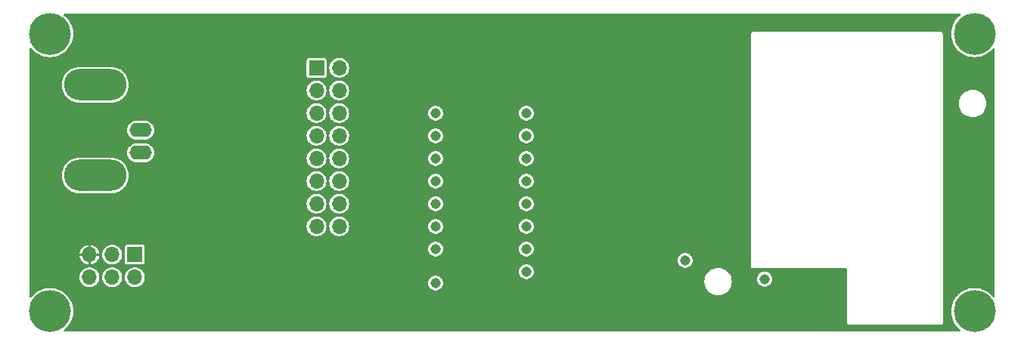
<source format=gbr>
%TF.GenerationSoftware,KiCad,Pcbnew,7.0.6-7.0.6~ubuntu22.04.1*%
%TF.CreationDate,2023-08-01T10:33:02-04:00*%
%TF.ProjectId,test-board,74657374-2d62-46f6-9172-642e6b696361,rev?*%
%TF.SameCoordinates,Original*%
%TF.FileFunction,Copper,L2,Inr*%
%TF.FilePolarity,Positive*%
%FSLAX46Y46*%
G04 Gerber Fmt 4.6, Leading zero omitted, Abs format (unit mm)*
G04 Created by KiCad (PCBNEW 7.0.6-7.0.6~ubuntu22.04.1) date 2023-08-01 10:33:02*
%MOMM*%
%LPD*%
G01*
G04 APERTURE LIST*
%TA.AperFunction,ComponentPad*%
%ADD10C,4.700000*%
%TD*%
%TA.AperFunction,ComponentPad*%
%ADD11R,1.700000X1.700000*%
%TD*%
%TA.AperFunction,ComponentPad*%
%ADD12O,1.700000X1.700000*%
%TD*%
%TA.AperFunction,ComponentPad*%
%ADD13O,2.500000X1.600000*%
%TD*%
%TA.AperFunction,ComponentPad*%
%ADD14O,7.000000X3.500000*%
%TD*%
%TA.AperFunction,ViaPad*%
%ADD15C,1.143000*%
%TD*%
G04 APERTURE END LIST*
D10*
%TO.N,N/C*%
%TO.C,H4*%
X172085000Y-53975000D03*
%TD*%
%TO.N,N/C*%
%TO.C,H3*%
X68580000Y-53975000D03*
%TD*%
%TO.N,N/C*%
%TO.C,H2*%
X172085000Y-22860000D03*
%TD*%
%TO.N,N/C*%
%TO.C,H1*%
X68580000Y-22860000D03*
%TD*%
D11*
%TO.N,/OUT_0*%
%TO.C,J5*%
X98425000Y-26670000D03*
D12*
%TO.N,GND*%
X100965000Y-26670000D03*
%TO.N,/OUT_1*%
X98425000Y-29210000D03*
%TO.N,GND*%
X100965000Y-29210000D03*
%TO.N,/OUT_2*%
X98425000Y-31750000D03*
%TO.N,GND*%
X100965000Y-31750000D03*
%TO.N,/OUT_3*%
X98425000Y-34290000D03*
%TO.N,GND*%
X100965000Y-34290000D03*
%TO.N,/OUT_4*%
X98425000Y-36830000D03*
%TO.N,GND*%
X100965000Y-36830000D03*
%TO.N,/OUT_5*%
X98425000Y-39370000D03*
%TO.N,GND*%
X100965000Y-39370000D03*
%TO.N,/OUT_6*%
X98425000Y-41910000D03*
%TO.N,GND*%
X100965000Y-41910000D03*
%TO.N,/OUT_7*%
X98425000Y-44450000D03*
%TO.N,GND*%
X100965000Y-44450000D03*
%TD*%
D11*
%TO.N,/+6.5V*%
%TO.C,J6*%
X78090000Y-47620000D03*
D12*
%TO.N,GND*%
X78090000Y-50160000D03*
%TO.N,/+5V*%
X75550000Y-47620000D03*
%TO.N,GND*%
X75550000Y-50160000D03*
%TO.N,/-20V*%
X73010000Y-47620000D03*
%TO.N,GND*%
X73010000Y-50160000D03*
%TD*%
D13*
%TO.N,Net-(J4-In)*%
%TO.C,J4*%
X78740000Y-33655000D03*
D14*
%TO.N,GND*%
X73660000Y-38735000D03*
D13*
X78740000Y-36195000D03*
D14*
X73660000Y-28575000D03*
%TD*%
D15*
%TO.N,Net-(J2-Pin_4)*%
X139700000Y-48260000D03*
%TO.N,GND*%
X148590000Y-50366500D03*
%TO.N,/+6.5V*%
X111760000Y-50800000D03*
X111760000Y-46990000D03*
X111760000Y-44450000D03*
X111760000Y-41910000D03*
X111760000Y-39370000D03*
X111760000Y-36830000D03*
X111760000Y-34290000D03*
X111760000Y-31750000D03*
%TO.N,/-20V*%
X124460000Y-48260000D03*
X124460000Y-45720000D03*
X124460000Y-43180000D03*
X124460000Y-40640000D03*
X124460000Y-38100000D03*
X124460000Y-35560000D03*
X124460000Y-33020000D03*
X124460000Y-30480000D03*
%TO.N,/OUT_7*%
X121920000Y-49530000D03*
%TO.N,/OUT_6*%
X121920000Y-46990000D03*
%TO.N,/OUT_5*%
X121920000Y-44450000D03*
%TO.N,/OUT_4*%
X121920000Y-41910000D03*
%TO.N,/OUT_3*%
X121920000Y-39370000D03*
%TO.N,/OUT_2*%
X121920000Y-36830000D03*
%TO.N,/OUT_1*%
X121920000Y-34290000D03*
%TO.N,/OUT_0*%
X121920000Y-31750000D03*
%TD*%
%TA.AperFunction,Conductor*%
%TO.N,/-20V*%
G36*
X170482057Y-20594502D02*
G01*
X170528550Y-20648158D01*
X170538654Y-20718432D01*
X170509160Y-20783012D01*
X170491643Y-20799685D01*
X170354739Y-20906942D01*
X170354733Y-20906947D01*
X170131947Y-21129733D01*
X170131942Y-21129739D01*
X169937620Y-21377771D01*
X169774615Y-21647416D01*
X169645299Y-21934746D01*
X169551559Y-22235566D01*
X169551557Y-22235575D01*
X169494764Y-22545487D01*
X169494763Y-22545490D01*
X169475740Y-22859998D01*
X169475740Y-22860001D01*
X169494763Y-23174509D01*
X169494764Y-23174512D01*
X169551557Y-23484424D01*
X169551559Y-23484433D01*
X169551560Y-23484437D01*
X169645300Y-23785256D01*
X169774615Y-24072584D01*
X169937621Y-24342229D01*
X170085564Y-24531064D01*
X170131942Y-24590260D01*
X170131947Y-24590266D01*
X170354733Y-24813052D01*
X170354739Y-24813057D01*
X170354741Y-24813059D01*
X170602771Y-25007379D01*
X170872416Y-25170385D01*
X171159744Y-25299700D01*
X171460563Y-25393440D01*
X171770488Y-25450236D01*
X171980162Y-25462918D01*
X172084999Y-25469260D01*
X172085000Y-25469260D01*
X172085001Y-25469260D01*
X172163627Y-25464504D01*
X172399512Y-25450236D01*
X172709437Y-25393440D01*
X173010256Y-25299700D01*
X173297584Y-25170385D01*
X173567229Y-25007379D01*
X173815259Y-24813059D01*
X174038059Y-24590259D01*
X174145315Y-24453356D01*
X174203072Y-24412070D01*
X174273981Y-24408562D01*
X174335531Y-24443947D01*
X174368179Y-24506992D01*
X174370500Y-24531064D01*
X174370500Y-52303935D01*
X174350498Y-52372056D01*
X174296842Y-52418549D01*
X174226568Y-52428653D01*
X174161988Y-52399159D01*
X174145315Y-52381642D01*
X174038057Y-52244739D01*
X174038052Y-52244733D01*
X173815266Y-52021947D01*
X173815260Y-52021942D01*
X173567228Y-51827620D01*
X173403954Y-51728918D01*
X173297584Y-51664615D01*
X173010256Y-51535300D01*
X172709437Y-51441560D01*
X172709435Y-51441559D01*
X172709433Y-51441559D01*
X172709424Y-51441557D01*
X172399512Y-51384764D01*
X172399509Y-51384763D01*
X172085001Y-51365740D01*
X172084999Y-51365740D01*
X171770490Y-51384763D01*
X171770487Y-51384764D01*
X171460575Y-51441557D01*
X171460566Y-51441559D01*
X171159746Y-51535299D01*
X170872416Y-51664615D01*
X170602771Y-51827620D01*
X170354739Y-52021942D01*
X170354733Y-52021947D01*
X170131947Y-52244733D01*
X170131942Y-52244739D01*
X169937620Y-52492771D01*
X169774615Y-52762416D01*
X169645299Y-53049746D01*
X169551559Y-53350566D01*
X169551557Y-53350575D01*
X169494764Y-53660487D01*
X169494763Y-53660490D01*
X169475740Y-53974998D01*
X169475740Y-53975001D01*
X169494763Y-54289509D01*
X169494764Y-54289512D01*
X169551557Y-54599424D01*
X169551559Y-54599433D01*
X169551560Y-54599437D01*
X169645300Y-54900256D01*
X169774615Y-55187584D01*
X169937621Y-55457229D01*
X170085564Y-55646064D01*
X170131942Y-55705260D01*
X170131947Y-55705266D01*
X170354733Y-55928052D01*
X170354739Y-55928057D01*
X170354741Y-55928059D01*
X170491643Y-56035315D01*
X170532930Y-56093072D01*
X170536438Y-56163981D01*
X170501053Y-56225531D01*
X170438008Y-56258179D01*
X170413936Y-56260500D01*
X70251064Y-56260500D01*
X70182943Y-56240498D01*
X70136450Y-56186842D01*
X70126346Y-56116568D01*
X70155840Y-56051988D01*
X70173357Y-56035315D01*
X70310259Y-55928059D01*
X70533059Y-55705259D01*
X70727379Y-55457229D01*
X70890385Y-55187584D01*
X71019700Y-54900256D01*
X71113440Y-54599437D01*
X71170236Y-54289512D01*
X71189260Y-53975000D01*
X71170236Y-53660488D01*
X71113440Y-53350563D01*
X71019700Y-53049744D01*
X70890385Y-52762416D01*
X70727379Y-52492771D01*
X70533059Y-52244741D01*
X70533057Y-52244739D01*
X70533052Y-52244733D01*
X70310266Y-52021947D01*
X70310260Y-52021942D01*
X70062228Y-51827620D01*
X69898954Y-51728918D01*
X69792584Y-51664615D01*
X69505256Y-51535300D01*
X69204437Y-51441560D01*
X69204435Y-51441559D01*
X69204433Y-51441559D01*
X69204424Y-51441557D01*
X68894512Y-51384764D01*
X68894509Y-51384763D01*
X68580001Y-51365740D01*
X68579999Y-51365740D01*
X68265490Y-51384763D01*
X68265487Y-51384764D01*
X67955575Y-51441557D01*
X67955566Y-51441559D01*
X67654746Y-51535299D01*
X67367416Y-51664615D01*
X67097771Y-51827620D01*
X66849739Y-52021942D01*
X66849733Y-52021947D01*
X66626947Y-52244733D01*
X66626933Y-52244749D01*
X66519683Y-52381642D01*
X66461926Y-52422930D01*
X66391017Y-52426437D01*
X66329467Y-52391051D01*
X66296820Y-52328006D01*
X66294500Y-52303945D01*
X66294500Y-50160004D01*
X71900768Y-50160004D01*
X71919654Y-50363819D01*
X71947641Y-50462182D01*
X71975672Y-50560701D01*
X72066912Y-50743935D01*
X72066913Y-50743936D01*
X72190266Y-50907284D01*
X72341536Y-51045185D01*
X72515566Y-51152940D01*
X72515568Y-51152940D01*
X72515573Y-51152944D01*
X72706444Y-51226888D01*
X72907653Y-51264500D01*
X72907655Y-51264500D01*
X73112345Y-51264500D01*
X73112347Y-51264500D01*
X73313556Y-51226888D01*
X73504427Y-51152944D01*
X73678462Y-51045186D01*
X73829732Y-50907285D01*
X73953088Y-50743935D01*
X74044328Y-50560701D01*
X74100345Y-50363821D01*
X74110959Y-50249277D01*
X74119232Y-50160004D01*
X74440768Y-50160004D01*
X74459654Y-50363819D01*
X74487641Y-50462182D01*
X74515672Y-50560701D01*
X74606912Y-50743935D01*
X74606913Y-50743936D01*
X74730266Y-50907284D01*
X74881536Y-51045185D01*
X75055566Y-51152940D01*
X75055568Y-51152940D01*
X75055573Y-51152944D01*
X75246444Y-51226888D01*
X75447653Y-51264500D01*
X75447655Y-51264500D01*
X75652345Y-51264500D01*
X75652347Y-51264500D01*
X75853556Y-51226888D01*
X76044427Y-51152944D01*
X76218462Y-51045186D01*
X76369732Y-50907285D01*
X76493088Y-50743935D01*
X76584328Y-50560701D01*
X76640345Y-50363821D01*
X76650959Y-50249277D01*
X76659232Y-50160004D01*
X76980768Y-50160004D01*
X76999654Y-50363819D01*
X77027641Y-50462182D01*
X77055672Y-50560701D01*
X77146912Y-50743935D01*
X77146913Y-50743936D01*
X77270266Y-50907284D01*
X77421536Y-51045185D01*
X77595566Y-51152940D01*
X77595568Y-51152940D01*
X77595573Y-51152944D01*
X77786444Y-51226888D01*
X77987653Y-51264500D01*
X77987655Y-51264500D01*
X78192345Y-51264500D01*
X78192347Y-51264500D01*
X78393556Y-51226888D01*
X78584427Y-51152944D01*
X78758462Y-51045186D01*
X78909732Y-50907285D01*
X78990750Y-50800000D01*
X110929450Y-50800000D01*
X110940726Y-50907285D01*
X110947601Y-50972686D01*
X111001252Y-51137810D01*
X111001256Y-51137817D01*
X111088069Y-51288183D01*
X111088070Y-51288185D01*
X111204251Y-51417217D01*
X111344720Y-51519274D01*
X111344722Y-51519275D01*
X111344725Y-51519277D01*
X111503346Y-51589900D01*
X111673184Y-51626000D01*
X111846816Y-51626000D01*
X112016654Y-51589900D01*
X112175275Y-51519277D01*
X112315746Y-51417219D01*
X112431929Y-51288185D01*
X112518745Y-51137815D01*
X112524485Y-51120151D01*
X112551757Y-51036215D01*
X112572400Y-50972681D01*
X112590550Y-50800000D01*
X112574532Y-50647599D01*
X141853786Y-50647599D01*
X141872613Y-50886821D01*
X141928630Y-51120151D01*
X141943645Y-51156399D01*
X142020460Y-51341849D01*
X142145840Y-51546449D01*
X142301682Y-51728918D01*
X142484151Y-51884760D01*
X142688751Y-52010140D01*
X142910447Y-52101969D01*
X143143778Y-52157987D01*
X143383000Y-52176814D01*
X143622222Y-52157987D01*
X143855553Y-52101969D01*
X144077249Y-52010140D01*
X144281849Y-51884760D01*
X144464318Y-51728918D01*
X144620160Y-51546449D01*
X144745540Y-51341849D01*
X144837369Y-51120153D01*
X144893387Y-50886822D01*
X144912214Y-50647600D01*
X144893387Y-50408378D01*
X144883333Y-50366500D01*
X147759450Y-50366500D01*
X147768172Y-50449486D01*
X147777601Y-50539186D01*
X147831252Y-50704310D01*
X147831256Y-50704317D01*
X147918069Y-50854683D01*
X147918070Y-50854685D01*
X148034251Y-50983717D01*
X148174720Y-51085774D01*
X148174722Y-51085775D01*
X148174725Y-51085777D01*
X148333346Y-51156400D01*
X148503184Y-51192500D01*
X148676816Y-51192500D01*
X148846654Y-51156400D01*
X149005275Y-51085777D01*
X149145746Y-50983719D01*
X149261929Y-50854685D01*
X149348745Y-50704315D01*
X149402400Y-50539181D01*
X149420550Y-50366500D01*
X149402400Y-50193819D01*
X149365654Y-50080725D01*
X149348747Y-50028689D01*
X149348743Y-50028682D01*
X149342681Y-50018183D01*
X149261930Y-49878316D01*
X149261929Y-49878314D01*
X149145748Y-49749282D01*
X149005279Y-49647225D01*
X148846654Y-49576600D01*
X148676816Y-49540500D01*
X148503184Y-49540500D01*
X148333345Y-49576600D01*
X148174720Y-49647225D01*
X148034251Y-49749282D01*
X147918070Y-49878314D01*
X147918069Y-49878316D01*
X147831256Y-50028682D01*
X147831252Y-50028689D01*
X147777601Y-50193813D01*
X147777600Y-50193817D01*
X147777600Y-50193819D01*
X147771771Y-50249277D01*
X147759732Y-50363821D01*
X147759450Y-50366500D01*
X144883333Y-50366500D01*
X144837369Y-50175047D01*
X144745540Y-49953351D01*
X144620160Y-49748751D01*
X144464318Y-49566282D01*
X144281849Y-49410440D01*
X144077249Y-49285060D01*
X143855553Y-49193231D01*
X143855551Y-49193230D01*
X143673401Y-49149500D01*
X143622222Y-49137213D01*
X143383000Y-49118386D01*
X143382999Y-49118386D01*
X143143778Y-49137213D01*
X142910448Y-49193230D01*
X142688752Y-49285059D01*
X142484152Y-49410439D01*
X142301682Y-49566282D01*
X142145839Y-49748752D01*
X142020459Y-49953352D01*
X141928630Y-50175048D01*
X141872613Y-50408378D01*
X141853786Y-50647599D01*
X112574532Y-50647599D01*
X112572400Y-50627319D01*
X112543764Y-50539186D01*
X112518747Y-50462189D01*
X112518743Y-50462182D01*
X112431930Y-50311816D01*
X112431929Y-50311814D01*
X112315748Y-50182782D01*
X112175279Y-50080725D01*
X112016654Y-50010100D01*
X111846816Y-49974000D01*
X111673184Y-49974000D01*
X111503345Y-50010100D01*
X111344720Y-50080725D01*
X111204251Y-50182782D01*
X111088070Y-50311814D01*
X111088069Y-50311816D01*
X111001256Y-50462182D01*
X111001252Y-50462189D01*
X110947601Y-50627313D01*
X110947600Y-50627317D01*
X110947600Y-50627319D01*
X110929450Y-50800000D01*
X78990750Y-50800000D01*
X79033088Y-50743935D01*
X79124328Y-50560701D01*
X79180345Y-50363821D01*
X79190959Y-50249277D01*
X79199232Y-50160004D01*
X79199232Y-50159995D01*
X79180345Y-49956180D01*
X79180345Y-49956179D01*
X79124328Y-49759299D01*
X79033088Y-49576065D01*
X78998301Y-49530000D01*
X121089450Y-49530000D01*
X121102232Y-49651613D01*
X121107601Y-49702686D01*
X121161252Y-49867810D01*
X121161256Y-49867817D01*
X121248069Y-50018183D01*
X121248070Y-50018185D01*
X121364251Y-50147217D01*
X121504720Y-50249274D01*
X121504722Y-50249275D01*
X121504725Y-50249277D01*
X121663346Y-50319900D01*
X121833184Y-50356000D01*
X122006816Y-50356000D01*
X122176654Y-50319900D01*
X122335275Y-50249277D01*
X122475746Y-50147219D01*
X122535620Y-50080723D01*
X122591929Y-50018185D01*
X122591930Y-50018183D01*
X122617439Y-49974000D01*
X122678745Y-49867815D01*
X122732400Y-49702681D01*
X122750550Y-49530000D01*
X122732400Y-49357319D01*
X122708922Y-49285060D01*
X122678747Y-49192189D01*
X122678743Y-49192182D01*
X122664238Y-49167059D01*
X122596597Y-49049900D01*
X122591930Y-49041816D01*
X122591929Y-49041814D01*
X122475748Y-48912782D01*
X122335279Y-48810725D01*
X122301530Y-48795699D01*
X122176654Y-48740100D01*
X122006816Y-48704000D01*
X121833184Y-48704000D01*
X121663345Y-48740100D01*
X121504720Y-48810725D01*
X121364251Y-48912782D01*
X121248070Y-49041814D01*
X121248069Y-49041816D01*
X121161256Y-49192182D01*
X121161252Y-49192189D01*
X121107601Y-49357313D01*
X121107600Y-49357317D01*
X121107600Y-49357319D01*
X121089450Y-49530000D01*
X78998301Y-49530000D01*
X78992538Y-49522368D01*
X78909733Y-49412715D01*
X78758463Y-49274814D01*
X78584433Y-49167059D01*
X78584428Y-49167057D01*
X78584427Y-49167056D01*
X78393559Y-49093113D01*
X78393560Y-49093113D01*
X78393557Y-49093112D01*
X78393556Y-49093112D01*
X78192347Y-49055500D01*
X77987653Y-49055500D01*
X77786444Y-49093112D01*
X77786439Y-49093113D01*
X77595577Y-49167054D01*
X77595566Y-49167059D01*
X77421536Y-49274814D01*
X77270266Y-49412715D01*
X77146913Y-49576063D01*
X77055671Y-49759301D01*
X76999654Y-49956180D01*
X76980768Y-50159995D01*
X76980768Y-50160004D01*
X76659232Y-50160004D01*
X76659232Y-50159995D01*
X76640345Y-49956180D01*
X76640345Y-49956179D01*
X76584328Y-49759299D01*
X76493088Y-49576065D01*
X76452538Y-49522368D01*
X76369733Y-49412715D01*
X76218463Y-49274814D01*
X76044433Y-49167059D01*
X76044428Y-49167057D01*
X76044427Y-49167056D01*
X75853559Y-49093113D01*
X75853560Y-49093113D01*
X75853557Y-49093112D01*
X75853556Y-49093112D01*
X75652347Y-49055500D01*
X75447653Y-49055500D01*
X75246444Y-49093112D01*
X75246439Y-49093113D01*
X75055577Y-49167054D01*
X75055566Y-49167059D01*
X74881536Y-49274814D01*
X74730266Y-49412715D01*
X74606913Y-49576063D01*
X74515671Y-49759301D01*
X74459654Y-49956180D01*
X74440768Y-50159995D01*
X74440768Y-50160004D01*
X74119232Y-50160004D01*
X74119232Y-50159995D01*
X74100345Y-49956180D01*
X74100345Y-49956179D01*
X74044328Y-49759299D01*
X73953088Y-49576065D01*
X73912538Y-49522368D01*
X73829733Y-49412715D01*
X73678463Y-49274814D01*
X73504433Y-49167059D01*
X73504428Y-49167057D01*
X73504427Y-49167056D01*
X73313559Y-49093113D01*
X73313560Y-49093113D01*
X73313557Y-49093112D01*
X73313556Y-49093112D01*
X73112347Y-49055500D01*
X72907653Y-49055500D01*
X72706444Y-49093112D01*
X72706439Y-49093113D01*
X72515577Y-49167054D01*
X72515566Y-49167059D01*
X72341536Y-49274814D01*
X72190266Y-49412715D01*
X72066913Y-49576063D01*
X71975671Y-49759301D01*
X71919654Y-49956180D01*
X71900768Y-50159995D01*
X71900768Y-50160004D01*
X66294500Y-50160004D01*
X66294500Y-47747001D01*
X71913037Y-47747001D01*
X71920147Y-47823725D01*
X71976138Y-48020514D01*
X71976140Y-48020519D01*
X72067340Y-48203672D01*
X72190637Y-48366946D01*
X72341838Y-48504784D01*
X72515796Y-48612493D01*
X72515803Y-48612496D01*
X72706578Y-48686403D01*
X72706576Y-48686403D01*
X72883000Y-48719381D01*
X72883000Y-48106881D01*
X72974237Y-48120000D01*
X73045763Y-48120000D01*
X73137000Y-48106881D01*
X73137000Y-48719381D01*
X73313422Y-48686403D01*
X73504196Y-48612496D01*
X73504203Y-48612493D01*
X73678161Y-48504784D01*
X73829362Y-48366946D01*
X73952659Y-48203672D01*
X74043859Y-48020519D01*
X74043861Y-48020514D01*
X74099852Y-47823725D01*
X74106962Y-47747001D01*
X74106962Y-47747000D01*
X73493818Y-47747000D01*
X73510000Y-47691889D01*
X73510000Y-47620004D01*
X74440768Y-47620004D01*
X74459654Y-47823819D01*
X74487641Y-47922182D01*
X74515672Y-48020701D01*
X74606912Y-48203935D01*
X74606913Y-48203936D01*
X74730266Y-48367284D01*
X74881536Y-48505185D01*
X75055566Y-48612940D01*
X75055568Y-48612940D01*
X75055573Y-48612944D01*
X75246444Y-48686888D01*
X75447653Y-48724500D01*
X75447655Y-48724500D01*
X75652345Y-48724500D01*
X75652347Y-48724500D01*
X75853556Y-48686888D01*
X76044427Y-48612944D01*
X76218462Y-48505186D01*
X76229566Y-48495063D01*
X76985500Y-48495063D01*
X76985501Y-48495073D01*
X77000265Y-48569300D01*
X77056516Y-48653484D01*
X77140697Y-48709733D01*
X77140699Y-48709734D01*
X77214933Y-48724500D01*
X78965066Y-48724499D01*
X78965069Y-48724498D01*
X78965073Y-48724498D01*
X79014326Y-48714701D01*
X79039301Y-48709734D01*
X79123484Y-48653484D01*
X79179734Y-48569301D01*
X79194500Y-48495067D01*
X79194500Y-48260000D01*
X138869450Y-48260000D01*
X138880726Y-48367285D01*
X138887601Y-48432686D01*
X138941252Y-48597810D01*
X138941256Y-48597817D01*
X139028069Y-48748183D01*
X139028070Y-48748185D01*
X139144251Y-48877217D01*
X139284720Y-48979274D01*
X139284722Y-48979275D01*
X139284725Y-48979277D01*
X139443346Y-49049900D01*
X139613184Y-49086000D01*
X139786816Y-49086000D01*
X139956654Y-49049900D01*
X140115275Y-48979277D01*
X140231270Y-48895002D01*
X147060514Y-48895002D01*
X147064278Y-48913927D01*
X147064279Y-48913931D01*
X147080266Y-48994302D01*
X147136515Y-49078484D01*
X147220697Y-49134733D01*
X147220699Y-49134734D01*
X147320000Y-49154486D01*
X147332895Y-49151920D01*
X147357476Y-49149500D01*
X157734500Y-49149500D01*
X157802621Y-49169502D01*
X157849114Y-49223158D01*
X157860500Y-49275500D01*
X157860500Y-55207523D01*
X157858079Y-55232103D01*
X157855514Y-55244998D01*
X157855514Y-55245002D01*
X157859278Y-55263927D01*
X157859279Y-55263931D01*
X157875266Y-55344302D01*
X157931515Y-55428484D01*
X158015697Y-55484733D01*
X158015699Y-55484734D01*
X158115000Y-55504486D01*
X158127895Y-55501920D01*
X158152476Y-55499500D01*
X168237524Y-55499500D01*
X168262104Y-55501920D01*
X168275000Y-55504486D01*
X168374301Y-55484734D01*
X168458484Y-55428484D01*
X168514734Y-55344301D01*
X168529500Y-55270067D01*
X168529500Y-55270066D01*
X168534486Y-55245000D01*
X168531921Y-55232103D01*
X168529500Y-55207523D01*
X168529500Y-30657800D01*
X170352586Y-30657800D01*
X170371413Y-30897021D01*
X170427430Y-31130351D01*
X170481884Y-31261814D01*
X170519260Y-31352049D01*
X170644640Y-31556649D01*
X170800482Y-31739118D01*
X170982951Y-31894960D01*
X171187551Y-32020340D01*
X171409247Y-32112169D01*
X171642578Y-32168187D01*
X171881800Y-32187014D01*
X172121022Y-32168187D01*
X172354353Y-32112169D01*
X172576049Y-32020340D01*
X172780649Y-31894960D01*
X172963118Y-31739118D01*
X173118960Y-31556649D01*
X173244340Y-31352049D01*
X173336169Y-31130353D01*
X173392187Y-30897022D01*
X173411014Y-30657800D01*
X173392187Y-30418578D01*
X173336169Y-30185247D01*
X173244340Y-29963551D01*
X173118960Y-29758951D01*
X172963118Y-29576482D01*
X172780649Y-29420640D01*
X172576049Y-29295260D01*
X172354353Y-29203431D01*
X172354351Y-29203430D01*
X172194736Y-29165110D01*
X172121022Y-29147413D01*
X171881800Y-29128586D01*
X171642578Y-29147413D01*
X171409248Y-29203430D01*
X171187552Y-29295259D01*
X170982952Y-29420639D01*
X170800482Y-29576482D01*
X170644639Y-29758952D01*
X170519259Y-29963552D01*
X170427430Y-30185248D01*
X170371413Y-30418578D01*
X170352586Y-30657800D01*
X168529500Y-30657800D01*
X168529500Y-22897476D01*
X168531921Y-22872894D01*
X168534486Y-22859999D01*
X168529581Y-22835342D01*
X168514734Y-22760699D01*
X168514733Y-22760697D01*
X168458484Y-22676515D01*
X168374302Y-22620266D01*
X168300067Y-22605500D01*
X168275000Y-22600514D01*
X168274999Y-22600514D01*
X168262104Y-22603079D01*
X168237523Y-22605500D01*
X147357477Y-22605500D01*
X147332896Y-22603079D01*
X147320001Y-22600514D01*
X147320000Y-22600514D01*
X147294933Y-22605500D01*
X147220697Y-22620266D01*
X147136515Y-22676515D01*
X147080266Y-22760697D01*
X147060514Y-22859999D01*
X147063079Y-22872894D01*
X147065500Y-22897476D01*
X147065500Y-48857523D01*
X147063079Y-48882103D01*
X147060514Y-48894998D01*
X147060514Y-48895002D01*
X140231270Y-48895002D01*
X140255746Y-48877219D01*
X140262307Y-48869933D01*
X140371929Y-48748185D01*
X140371930Y-48748183D01*
X140376597Y-48740100D01*
X140458745Y-48597815D01*
X140468010Y-48569302D01*
X140512398Y-48432686D01*
X140512400Y-48432681D01*
X140530550Y-48260000D01*
X140512400Y-48087319D01*
X140490754Y-48020698D01*
X140458747Y-47922189D01*
X140458743Y-47922182D01*
X140371930Y-47771816D01*
X140371929Y-47771814D01*
X140255748Y-47642782D01*
X140115279Y-47540725D01*
X139956654Y-47470100D01*
X139786816Y-47434000D01*
X139613184Y-47434000D01*
X139443345Y-47470100D01*
X139284720Y-47540725D01*
X139144251Y-47642782D01*
X139028070Y-47771814D01*
X139028069Y-47771816D01*
X138941256Y-47922182D01*
X138941252Y-47922189D01*
X138887601Y-48087313D01*
X138887600Y-48087317D01*
X138887600Y-48087319D01*
X138869450Y-48260000D01*
X79194500Y-48260000D01*
X79194499Y-46990000D01*
X110929450Y-46990000D01*
X110944724Y-47135320D01*
X110947601Y-47162686D01*
X111001252Y-47327810D01*
X111001256Y-47327817D01*
X111088069Y-47478183D01*
X111088070Y-47478185D01*
X111204251Y-47607217D01*
X111344720Y-47709274D01*
X111344722Y-47709275D01*
X111344725Y-47709277D01*
X111503346Y-47779900D01*
X111673184Y-47816000D01*
X111846816Y-47816000D01*
X112016654Y-47779900D01*
X112175275Y-47709277D01*
X112315746Y-47607219D01*
X112375620Y-47540723D01*
X112431929Y-47478185D01*
X112431930Y-47478183D01*
X112467673Y-47416274D01*
X112518745Y-47327815D01*
X112572400Y-47162681D01*
X112590550Y-46990000D01*
X121089450Y-46990000D01*
X121104724Y-47135320D01*
X121107601Y-47162686D01*
X121161252Y-47327810D01*
X121161256Y-47327817D01*
X121248069Y-47478183D01*
X121248070Y-47478185D01*
X121364251Y-47607217D01*
X121504720Y-47709274D01*
X121504722Y-47709275D01*
X121504725Y-47709277D01*
X121663346Y-47779900D01*
X121833184Y-47816000D01*
X122006816Y-47816000D01*
X122176654Y-47779900D01*
X122335275Y-47709277D01*
X122475746Y-47607219D01*
X122535620Y-47540723D01*
X122591929Y-47478185D01*
X122591930Y-47478183D01*
X122627673Y-47416274D01*
X122678745Y-47327815D01*
X122732400Y-47162681D01*
X122750550Y-46990000D01*
X122732400Y-46817319D01*
X122728789Y-46806208D01*
X122678747Y-46652189D01*
X122678743Y-46652182D01*
X122664496Y-46627506D01*
X122640831Y-46586516D01*
X122591930Y-46501816D01*
X122591929Y-46501814D01*
X122475748Y-46372782D01*
X122335279Y-46270725D01*
X122176654Y-46200100D01*
X122006816Y-46164000D01*
X121833184Y-46164000D01*
X121663345Y-46200100D01*
X121504720Y-46270725D01*
X121364251Y-46372782D01*
X121248070Y-46501814D01*
X121248069Y-46501816D01*
X121161256Y-46652182D01*
X121161252Y-46652189D01*
X121107601Y-46817313D01*
X121107600Y-46817317D01*
X121107600Y-46817319D01*
X121089450Y-46990000D01*
X112590550Y-46990000D01*
X112572400Y-46817319D01*
X112568789Y-46806208D01*
X112518747Y-46652189D01*
X112518743Y-46652182D01*
X112504496Y-46627506D01*
X112480831Y-46586516D01*
X112431930Y-46501816D01*
X112431929Y-46501814D01*
X112315748Y-46372782D01*
X112175279Y-46270725D01*
X112016654Y-46200100D01*
X111846816Y-46164000D01*
X111673184Y-46164000D01*
X111503345Y-46200100D01*
X111344720Y-46270725D01*
X111204251Y-46372782D01*
X111088070Y-46501814D01*
X111088069Y-46501816D01*
X111001256Y-46652182D01*
X111001252Y-46652189D01*
X110947601Y-46817313D01*
X110947600Y-46817317D01*
X110947600Y-46817319D01*
X110929450Y-46990000D01*
X79194499Y-46990000D01*
X79194499Y-46744934D01*
X79194498Y-46744930D01*
X79194498Y-46744926D01*
X79179734Y-46670699D01*
X79123483Y-46586515D01*
X79039302Y-46530266D01*
X78965067Y-46515500D01*
X77214936Y-46515500D01*
X77214926Y-46515501D01*
X77140699Y-46530265D01*
X77056515Y-46586516D01*
X77000266Y-46670697D01*
X76985500Y-46744930D01*
X76985500Y-48495063D01*
X76229566Y-48495063D01*
X76369732Y-48367285D01*
X76493088Y-48203935D01*
X76584328Y-48020701D01*
X76640345Y-47823821D01*
X76646640Y-47755880D01*
X76659232Y-47620004D01*
X76659232Y-47619995D01*
X76640345Y-47416180D01*
X76604217Y-47289202D01*
X76584328Y-47219299D01*
X76493088Y-47036065D01*
X76452538Y-46982368D01*
X76369733Y-46872715D01*
X76218463Y-46734814D01*
X76044433Y-46627059D01*
X76044428Y-46627057D01*
X76044427Y-46627056D01*
X76044422Y-46627054D01*
X75853559Y-46553113D01*
X75853560Y-46553113D01*
X75853557Y-46553112D01*
X75853556Y-46553112D01*
X75652347Y-46515500D01*
X75447653Y-46515500D01*
X75246444Y-46553112D01*
X75246439Y-46553113D01*
X75055577Y-46627054D01*
X75055566Y-46627059D01*
X74881536Y-46734814D01*
X74730266Y-46872715D01*
X74606913Y-47036063D01*
X74515671Y-47219301D01*
X74459654Y-47416180D01*
X74440768Y-47619995D01*
X74440768Y-47620004D01*
X73510000Y-47620004D01*
X73510000Y-47548111D01*
X73493818Y-47493000D01*
X74106962Y-47493000D01*
X74106962Y-47492998D01*
X74099852Y-47416274D01*
X74043861Y-47219485D01*
X74043859Y-47219480D01*
X73952659Y-47036327D01*
X73829362Y-46873053D01*
X73678161Y-46735215D01*
X73504203Y-46627506D01*
X73504196Y-46627503D01*
X73313422Y-46553596D01*
X73313424Y-46553596D01*
X73137000Y-46520617D01*
X73137000Y-47133118D01*
X73045763Y-47120000D01*
X72974237Y-47120000D01*
X72883000Y-47133118D01*
X72883000Y-46520617D01*
X72706576Y-46553596D01*
X72515803Y-46627503D01*
X72515796Y-46627506D01*
X72341838Y-46735215D01*
X72190637Y-46873053D01*
X72067340Y-47036327D01*
X71976140Y-47219480D01*
X71976138Y-47219485D01*
X71920147Y-47416274D01*
X71913037Y-47492998D01*
X71913038Y-47493000D01*
X72526182Y-47493000D01*
X72510000Y-47548111D01*
X72510000Y-47691889D01*
X72526182Y-47747000D01*
X71913038Y-47747000D01*
X71913037Y-47747001D01*
X66294500Y-47747001D01*
X66294499Y-44450004D01*
X97315768Y-44450004D01*
X97334654Y-44653819D01*
X97334655Y-44653821D01*
X97390672Y-44850701D01*
X97481912Y-45033935D01*
X97481913Y-45033936D01*
X97605266Y-45197284D01*
X97756536Y-45335185D01*
X97930566Y-45442940D01*
X97930568Y-45442940D01*
X97930573Y-45442944D01*
X98121444Y-45516888D01*
X98322653Y-45554500D01*
X98322655Y-45554500D01*
X98527345Y-45554500D01*
X98527347Y-45554500D01*
X98728556Y-45516888D01*
X98919427Y-45442944D01*
X99093462Y-45335186D01*
X99244732Y-45197285D01*
X99368088Y-45033935D01*
X99459328Y-44850701D01*
X99515345Y-44653821D01*
X99534232Y-44450004D01*
X99855768Y-44450004D01*
X99874654Y-44653819D01*
X99874655Y-44653821D01*
X99930672Y-44850701D01*
X100021912Y-45033935D01*
X100021913Y-45033936D01*
X100145266Y-45197284D01*
X100296536Y-45335185D01*
X100470566Y-45442940D01*
X100470568Y-45442940D01*
X100470573Y-45442944D01*
X100661444Y-45516888D01*
X100862653Y-45554500D01*
X100862655Y-45554500D01*
X101067345Y-45554500D01*
X101067347Y-45554500D01*
X101268556Y-45516888D01*
X101459427Y-45442944D01*
X101633462Y-45335186D01*
X101784732Y-45197285D01*
X101908088Y-45033935D01*
X101999328Y-44850701D01*
X102055345Y-44653821D01*
X102074232Y-44450000D01*
X110929450Y-44450000D01*
X110947601Y-44622686D01*
X111001252Y-44787810D01*
X111001256Y-44787817D01*
X111088069Y-44938183D01*
X111088070Y-44938185D01*
X111204251Y-45067217D01*
X111344720Y-45169274D01*
X111344722Y-45169275D01*
X111344725Y-45169277D01*
X111503346Y-45239900D01*
X111673184Y-45276000D01*
X111846816Y-45276000D01*
X112016654Y-45239900D01*
X112175275Y-45169277D01*
X112315746Y-45067219D01*
X112431929Y-44938185D01*
X112518745Y-44787815D01*
X112572400Y-44622681D01*
X112590550Y-44450000D01*
X121089450Y-44450000D01*
X121107601Y-44622686D01*
X121161252Y-44787810D01*
X121161256Y-44787817D01*
X121248069Y-44938183D01*
X121248070Y-44938185D01*
X121364251Y-45067217D01*
X121504720Y-45169274D01*
X121504722Y-45169275D01*
X121504725Y-45169277D01*
X121663346Y-45239900D01*
X121833184Y-45276000D01*
X122006816Y-45276000D01*
X122176654Y-45239900D01*
X122335275Y-45169277D01*
X122475746Y-45067219D01*
X122591929Y-44938185D01*
X122678745Y-44787815D01*
X122732400Y-44622681D01*
X122750550Y-44450000D01*
X122732400Y-44277319D01*
X122722282Y-44246179D01*
X122678747Y-44112189D01*
X122678743Y-44112182D01*
X122591930Y-43961816D01*
X122591929Y-43961814D01*
X122475748Y-43832782D01*
X122335279Y-43730725D01*
X122176654Y-43660100D01*
X122006816Y-43624000D01*
X121833184Y-43624000D01*
X121663345Y-43660100D01*
X121504720Y-43730725D01*
X121364251Y-43832782D01*
X121248070Y-43961814D01*
X121248069Y-43961816D01*
X121161256Y-44112182D01*
X121161252Y-44112189D01*
X121107601Y-44277313D01*
X121089450Y-44450000D01*
X112590550Y-44450000D01*
X112572400Y-44277319D01*
X112562282Y-44246179D01*
X112518747Y-44112189D01*
X112518743Y-44112182D01*
X112431930Y-43961816D01*
X112431929Y-43961814D01*
X112315748Y-43832782D01*
X112175279Y-43730725D01*
X112016654Y-43660100D01*
X111846816Y-43624000D01*
X111673184Y-43624000D01*
X111503345Y-43660100D01*
X111344720Y-43730725D01*
X111204251Y-43832782D01*
X111088070Y-43961814D01*
X111088069Y-43961816D01*
X111001256Y-44112182D01*
X111001252Y-44112189D01*
X110947601Y-44277313D01*
X110929450Y-44450000D01*
X102074232Y-44450000D01*
X102055345Y-44246179D01*
X101999328Y-44049299D01*
X101908088Y-43866065D01*
X101867538Y-43812368D01*
X101784733Y-43702715D01*
X101633463Y-43564814D01*
X101459433Y-43457059D01*
X101459428Y-43457057D01*
X101459427Y-43457056D01*
X101268559Y-43383113D01*
X101268560Y-43383113D01*
X101268557Y-43383112D01*
X101268556Y-43383112D01*
X101067347Y-43345500D01*
X100862653Y-43345500D01*
X100661444Y-43383112D01*
X100661439Y-43383113D01*
X100470577Y-43457054D01*
X100470566Y-43457059D01*
X100296536Y-43564814D01*
X100145266Y-43702715D01*
X100021913Y-43866063D01*
X99930671Y-44049301D01*
X99874654Y-44246180D01*
X99855768Y-44449995D01*
X99855768Y-44450004D01*
X99534232Y-44450004D01*
X99534232Y-44450000D01*
X99515345Y-44246179D01*
X99459328Y-44049299D01*
X99368088Y-43866065D01*
X99327538Y-43812368D01*
X99244733Y-43702715D01*
X99093463Y-43564814D01*
X98919433Y-43457059D01*
X98919428Y-43457057D01*
X98919427Y-43457056D01*
X98728559Y-43383113D01*
X98728560Y-43383113D01*
X98728557Y-43383112D01*
X98728556Y-43383112D01*
X98527347Y-43345500D01*
X98322653Y-43345500D01*
X98121444Y-43383112D01*
X98121439Y-43383113D01*
X97930577Y-43457054D01*
X97930566Y-43457059D01*
X97756536Y-43564814D01*
X97605266Y-43702715D01*
X97481913Y-43866063D01*
X97390671Y-44049301D01*
X97334654Y-44246180D01*
X97315768Y-44449995D01*
X97315768Y-44450004D01*
X66294499Y-44450004D01*
X66294499Y-41910004D01*
X97315768Y-41910004D01*
X97334654Y-42113819D01*
X97334655Y-42113821D01*
X97390672Y-42310701D01*
X97481912Y-42493935D01*
X97481913Y-42493936D01*
X97605266Y-42657284D01*
X97756536Y-42795185D01*
X97930566Y-42902940D01*
X97930568Y-42902940D01*
X97930573Y-42902944D01*
X98121444Y-42976888D01*
X98322653Y-43014500D01*
X98322655Y-43014500D01*
X98527345Y-43014500D01*
X98527347Y-43014500D01*
X98728556Y-42976888D01*
X98919427Y-42902944D01*
X99093462Y-42795186D01*
X99244732Y-42657285D01*
X99368088Y-42493935D01*
X99459328Y-42310701D01*
X99515345Y-42113821D01*
X99534232Y-41910004D01*
X99855768Y-41910004D01*
X99874654Y-42113819D01*
X99874655Y-42113821D01*
X99930672Y-42310701D01*
X100021912Y-42493935D01*
X100021913Y-42493936D01*
X100145266Y-42657284D01*
X100296536Y-42795185D01*
X100470566Y-42902940D01*
X100470568Y-42902940D01*
X100470573Y-42902944D01*
X100661444Y-42976888D01*
X100862653Y-43014500D01*
X100862655Y-43014500D01*
X101067345Y-43014500D01*
X101067347Y-43014500D01*
X101268556Y-42976888D01*
X101459427Y-42902944D01*
X101633462Y-42795186D01*
X101784732Y-42657285D01*
X101908088Y-42493935D01*
X101999328Y-42310701D01*
X102055345Y-42113821D01*
X102074232Y-41910000D01*
X110929450Y-41910000D01*
X110947601Y-42082686D01*
X111001252Y-42247810D01*
X111001256Y-42247817D01*
X111088069Y-42398183D01*
X111088070Y-42398185D01*
X111204251Y-42527217D01*
X111344720Y-42629274D01*
X111344722Y-42629275D01*
X111344725Y-42629277D01*
X111503346Y-42699900D01*
X111673184Y-42736000D01*
X111846816Y-42736000D01*
X112016654Y-42699900D01*
X112175275Y-42629277D01*
X112315746Y-42527219D01*
X112431929Y-42398185D01*
X112518745Y-42247815D01*
X112572400Y-42082681D01*
X112590550Y-41910004D01*
X121089450Y-41910004D01*
X121107601Y-42082686D01*
X121161252Y-42247810D01*
X121161256Y-42247817D01*
X121248069Y-42398183D01*
X121248070Y-42398185D01*
X121364251Y-42527217D01*
X121504720Y-42629274D01*
X121504722Y-42629275D01*
X121504725Y-42629277D01*
X121663346Y-42699900D01*
X121833184Y-42736000D01*
X122006816Y-42736000D01*
X122176654Y-42699900D01*
X122335275Y-42629277D01*
X122475746Y-42527219D01*
X122591929Y-42398185D01*
X122678745Y-42247815D01*
X122732400Y-42082681D01*
X122750550Y-41910000D01*
X122732400Y-41737319D01*
X122722282Y-41706179D01*
X122678747Y-41572189D01*
X122678743Y-41572182D01*
X122591930Y-41421816D01*
X122591929Y-41421814D01*
X122475748Y-41292782D01*
X122335279Y-41190725D01*
X122176654Y-41120100D01*
X122006816Y-41084000D01*
X121833184Y-41084000D01*
X121663345Y-41120100D01*
X121504720Y-41190725D01*
X121364251Y-41292782D01*
X121248070Y-41421814D01*
X121248069Y-41421816D01*
X121161256Y-41572182D01*
X121161252Y-41572189D01*
X121107601Y-41737313D01*
X121089451Y-41909995D01*
X121089450Y-41910000D01*
X121089450Y-41910004D01*
X112590550Y-41910004D01*
X112590550Y-41910000D01*
X112572400Y-41737319D01*
X112562282Y-41706179D01*
X112518747Y-41572189D01*
X112518743Y-41572182D01*
X112431930Y-41421816D01*
X112431929Y-41421814D01*
X112315748Y-41292782D01*
X112175279Y-41190725D01*
X112016654Y-41120100D01*
X111846816Y-41084000D01*
X111673184Y-41084000D01*
X111503345Y-41120100D01*
X111344720Y-41190725D01*
X111204251Y-41292782D01*
X111088070Y-41421814D01*
X111088069Y-41421816D01*
X111001256Y-41572182D01*
X111001252Y-41572189D01*
X110947601Y-41737313D01*
X110929450Y-41910000D01*
X102074232Y-41910000D01*
X102055345Y-41706179D01*
X101999328Y-41509299D01*
X101908088Y-41326065D01*
X101867538Y-41272368D01*
X101784733Y-41162715D01*
X101633463Y-41024814D01*
X101459433Y-40917059D01*
X101459428Y-40917057D01*
X101459427Y-40917056D01*
X101268559Y-40843113D01*
X101268560Y-40843113D01*
X101268557Y-40843112D01*
X101268556Y-40843112D01*
X101067347Y-40805500D01*
X100862653Y-40805500D01*
X100661444Y-40843112D01*
X100661439Y-40843113D01*
X100470577Y-40917054D01*
X100470566Y-40917059D01*
X100296536Y-41024814D01*
X100145266Y-41162715D01*
X100021913Y-41326063D01*
X99930671Y-41509301D01*
X99874654Y-41706180D01*
X99855768Y-41909995D01*
X99855768Y-41910004D01*
X99534232Y-41910004D01*
X99534232Y-41910000D01*
X99515345Y-41706179D01*
X99459328Y-41509299D01*
X99368088Y-41326065D01*
X99327538Y-41272368D01*
X99244733Y-41162715D01*
X99093463Y-41024814D01*
X98919433Y-40917059D01*
X98919428Y-40917057D01*
X98919427Y-40917056D01*
X98728559Y-40843113D01*
X98728560Y-40843113D01*
X98728557Y-40843112D01*
X98728556Y-40843112D01*
X98527347Y-40805500D01*
X98322653Y-40805500D01*
X98121444Y-40843112D01*
X98121439Y-40843113D01*
X97930577Y-40917054D01*
X97930566Y-40917059D01*
X97756536Y-41024814D01*
X97605266Y-41162715D01*
X97481913Y-41326063D01*
X97390671Y-41509301D01*
X97334654Y-41706180D01*
X97315768Y-41909995D01*
X97315768Y-41910004D01*
X66294499Y-41910004D01*
X66294499Y-38735000D01*
X69900380Y-38735000D01*
X69920835Y-39021002D01*
X69981781Y-39301166D01*
X69981781Y-39301167D01*
X70081984Y-39569825D01*
X70081985Y-39569826D01*
X70191669Y-39770698D01*
X70219402Y-39821486D01*
X70391226Y-40051015D01*
X70391229Y-40051018D01*
X70391231Y-40051021D01*
X70593979Y-40253769D01*
X70593982Y-40253771D01*
X70593984Y-40253773D01*
X70739819Y-40362944D01*
X70823517Y-40425600D01*
X71075174Y-40563015D01*
X71343825Y-40663216D01*
X71343828Y-40663216D01*
X71343832Y-40663218D01*
X71505972Y-40698489D01*
X71624001Y-40724165D01*
X71838413Y-40739500D01*
X71838419Y-40739500D01*
X75481581Y-40739500D01*
X75481587Y-40739500D01*
X75695999Y-40724165D01*
X75976166Y-40663218D01*
X75976167Y-40663218D01*
X75976168Y-40663217D01*
X75976175Y-40663216D01*
X76244826Y-40563015D01*
X76496483Y-40425600D01*
X76726021Y-40253769D01*
X76928769Y-40051021D01*
X77100600Y-39821483D01*
X77238015Y-39569826D01*
X77312544Y-39370004D01*
X97315768Y-39370004D01*
X97334654Y-39573819D01*
X97334655Y-39573821D01*
X97390672Y-39770701D01*
X97481912Y-39953935D01*
X97481913Y-39953936D01*
X97605266Y-40117284D01*
X97756536Y-40255185D01*
X97930566Y-40362940D01*
X97930568Y-40362940D01*
X97930573Y-40362944D01*
X98121444Y-40436888D01*
X98322653Y-40474500D01*
X98322655Y-40474500D01*
X98527345Y-40474500D01*
X98527347Y-40474500D01*
X98728556Y-40436888D01*
X98919427Y-40362944D01*
X99093462Y-40255186D01*
X99244732Y-40117285D01*
X99368088Y-39953935D01*
X99459328Y-39770701D01*
X99515345Y-39573821D01*
X99534232Y-39370004D01*
X99855768Y-39370004D01*
X99874654Y-39573819D01*
X99874655Y-39573821D01*
X99930672Y-39770701D01*
X100021912Y-39953935D01*
X100021913Y-39953936D01*
X100145266Y-40117284D01*
X100296536Y-40255185D01*
X100470566Y-40362940D01*
X100470568Y-40362940D01*
X100470573Y-40362944D01*
X100661444Y-40436888D01*
X100862653Y-40474500D01*
X100862655Y-40474500D01*
X101067345Y-40474500D01*
X101067347Y-40474500D01*
X101268556Y-40436888D01*
X101459427Y-40362944D01*
X101633462Y-40255186D01*
X101784732Y-40117285D01*
X101908088Y-39953935D01*
X101999328Y-39770701D01*
X102055345Y-39573821D01*
X102074232Y-39370004D01*
X110929450Y-39370004D01*
X110947601Y-39542686D01*
X111001252Y-39707810D01*
X111001256Y-39707817D01*
X111088069Y-39858183D01*
X111088070Y-39858185D01*
X111204251Y-39987217D01*
X111344720Y-40089274D01*
X111344722Y-40089275D01*
X111344725Y-40089277D01*
X111503346Y-40159900D01*
X111673184Y-40196000D01*
X111846816Y-40196000D01*
X112016654Y-40159900D01*
X112175275Y-40089277D01*
X112315746Y-39987219D01*
X112431929Y-39858185D01*
X112518745Y-39707815D01*
X112572400Y-39542681D01*
X112590550Y-39370000D01*
X121089450Y-39370000D01*
X121107601Y-39542686D01*
X121161252Y-39707810D01*
X121161256Y-39707817D01*
X121248069Y-39858183D01*
X121248070Y-39858185D01*
X121364251Y-39987217D01*
X121504720Y-40089274D01*
X121504722Y-40089275D01*
X121504725Y-40089277D01*
X121663346Y-40159900D01*
X121833184Y-40196000D01*
X122006816Y-40196000D01*
X122176654Y-40159900D01*
X122335275Y-40089277D01*
X122475746Y-39987219D01*
X122591929Y-39858185D01*
X122678745Y-39707815D01*
X122732400Y-39542681D01*
X122750550Y-39370000D01*
X122732400Y-39197319D01*
X122722282Y-39166179D01*
X122678747Y-39032189D01*
X122678743Y-39032182D01*
X122672288Y-39021002D01*
X122591930Y-38881816D01*
X122591929Y-38881814D01*
X122475748Y-38752782D01*
X122335279Y-38650725D01*
X122176654Y-38580100D01*
X122006816Y-38544000D01*
X121833184Y-38544000D01*
X121663345Y-38580100D01*
X121504720Y-38650725D01*
X121364251Y-38752782D01*
X121248070Y-38881814D01*
X121248069Y-38881816D01*
X121161256Y-39032182D01*
X121161252Y-39032189D01*
X121107601Y-39197313D01*
X121089450Y-39370000D01*
X112590550Y-39370000D01*
X112572400Y-39197319D01*
X112562282Y-39166179D01*
X112518747Y-39032189D01*
X112518743Y-39032182D01*
X112512288Y-39021002D01*
X112431930Y-38881816D01*
X112431929Y-38881814D01*
X112315748Y-38752782D01*
X112175279Y-38650725D01*
X112016654Y-38580100D01*
X111846816Y-38544000D01*
X111673184Y-38544000D01*
X111503345Y-38580100D01*
X111344720Y-38650725D01*
X111204251Y-38752782D01*
X111088070Y-38881814D01*
X111088069Y-38881816D01*
X111001256Y-39032182D01*
X111001252Y-39032189D01*
X110947601Y-39197313D01*
X110929451Y-39369995D01*
X110929450Y-39370000D01*
X110929450Y-39370004D01*
X102074232Y-39370004D01*
X102074232Y-39370000D01*
X102067854Y-39301175D01*
X102055345Y-39166180D01*
X102055345Y-39166179D01*
X101999328Y-38969299D01*
X101908088Y-38786065D01*
X101867538Y-38732368D01*
X101784733Y-38622715D01*
X101633463Y-38484814D01*
X101459433Y-38377059D01*
X101459428Y-38377057D01*
X101459427Y-38377056D01*
X101268559Y-38303113D01*
X101268560Y-38303113D01*
X101268557Y-38303112D01*
X101268556Y-38303112D01*
X101067347Y-38265500D01*
X100862653Y-38265500D01*
X100661444Y-38303112D01*
X100661439Y-38303113D01*
X100470577Y-38377054D01*
X100470566Y-38377059D01*
X100296536Y-38484814D01*
X100145266Y-38622715D01*
X100021913Y-38786063D01*
X99930671Y-38969301D01*
X99874654Y-39166180D01*
X99855768Y-39369995D01*
X99855768Y-39370004D01*
X99534232Y-39370004D01*
X99534232Y-39370000D01*
X99527854Y-39301175D01*
X99515345Y-39166180D01*
X99515345Y-39166179D01*
X99459328Y-38969299D01*
X99368088Y-38786065D01*
X99327538Y-38732368D01*
X99244733Y-38622715D01*
X99093463Y-38484814D01*
X98919433Y-38377059D01*
X98919428Y-38377057D01*
X98919427Y-38377056D01*
X98728559Y-38303113D01*
X98728560Y-38303113D01*
X98728557Y-38303112D01*
X98728556Y-38303112D01*
X98527347Y-38265500D01*
X98322653Y-38265500D01*
X98121444Y-38303112D01*
X98121439Y-38303113D01*
X97930577Y-38377054D01*
X97930566Y-38377059D01*
X97756536Y-38484814D01*
X97605266Y-38622715D01*
X97481913Y-38786063D01*
X97390671Y-38969301D01*
X97334654Y-39166180D01*
X97315768Y-39369995D01*
X97315768Y-39370004D01*
X77312544Y-39370004D01*
X77338216Y-39301175D01*
X77399165Y-39020999D01*
X77419620Y-38735000D01*
X77399165Y-38449001D01*
X77338216Y-38168825D01*
X77238015Y-37900174D01*
X77100600Y-37648517D01*
X77047275Y-37577284D01*
X76928773Y-37418984D01*
X76928765Y-37418975D01*
X76726024Y-37216234D01*
X76726015Y-37216226D01*
X76496486Y-37044402D01*
X76496484Y-37044401D01*
X76496483Y-37044400D01*
X76384857Y-36983448D01*
X76244825Y-36906984D01*
X75976167Y-36806781D01*
X75696001Y-36745835D01*
X75696002Y-36745835D01*
X75624528Y-36740723D01*
X75481587Y-36730500D01*
X71838413Y-36730500D01*
X71709765Y-36739701D01*
X71623997Y-36745835D01*
X71343833Y-36806781D01*
X71343832Y-36806781D01*
X71075174Y-36906984D01*
X70823513Y-37044402D01*
X70593984Y-37216226D01*
X70593975Y-37216234D01*
X70391234Y-37418975D01*
X70391226Y-37418984D01*
X70219402Y-37648513D01*
X70081984Y-37900174D01*
X69981781Y-38168832D01*
X69981781Y-38168833D01*
X69920835Y-38448997D01*
X69900380Y-38735000D01*
X66294499Y-38735000D01*
X66294499Y-36195003D01*
X77230398Y-36195003D01*
X77250756Y-36401711D01*
X77311055Y-36600492D01*
X77408974Y-36783686D01*
X77540747Y-36944252D01*
X77701313Y-37076024D01*
X77701313Y-37076025D01*
X77701317Y-37076027D01*
X77884508Y-37173945D01*
X78083282Y-37234242D01*
X78083286Y-37234242D01*
X78083288Y-37234243D01*
X78171340Y-37242915D01*
X78238199Y-37249500D01*
X78238208Y-37249500D01*
X79241792Y-37249500D01*
X79241801Y-37249500D01*
X79329859Y-37240826D01*
X79396711Y-37234243D01*
X79396712Y-37234242D01*
X79396718Y-37234242D01*
X79595492Y-37173945D01*
X79778683Y-37076027D01*
X79778684Y-37076025D01*
X79778686Y-37076025D01*
X79778686Y-37076024D01*
X79939252Y-36944252D01*
X80033013Y-36830004D01*
X97315768Y-36830004D01*
X97334654Y-37033819D01*
X97386555Y-37216231D01*
X97390672Y-37230701D01*
X97481912Y-37413935D01*
X97481913Y-37413936D01*
X97605266Y-37577284D01*
X97756536Y-37715185D01*
X97930566Y-37822940D01*
X97930568Y-37822940D01*
X97930573Y-37822944D01*
X98121444Y-37896888D01*
X98322653Y-37934500D01*
X98322655Y-37934500D01*
X98527345Y-37934500D01*
X98527347Y-37934500D01*
X98728556Y-37896888D01*
X98919427Y-37822944D01*
X99093462Y-37715186D01*
X99244732Y-37577285D01*
X99368088Y-37413935D01*
X99459328Y-37230701D01*
X99515345Y-37033821D01*
X99534232Y-36830004D01*
X99855768Y-36830004D01*
X99874654Y-37033819D01*
X99926555Y-37216231D01*
X99930672Y-37230701D01*
X100021912Y-37413935D01*
X100021913Y-37413936D01*
X100145266Y-37577284D01*
X100296536Y-37715185D01*
X100470566Y-37822940D01*
X100470568Y-37822940D01*
X100470573Y-37822944D01*
X100661444Y-37896888D01*
X100862653Y-37934500D01*
X100862655Y-37934500D01*
X101067345Y-37934500D01*
X101067347Y-37934500D01*
X101268556Y-37896888D01*
X101459427Y-37822944D01*
X101633462Y-37715186D01*
X101784732Y-37577285D01*
X101908088Y-37413935D01*
X101999328Y-37230701D01*
X102055345Y-37033821D01*
X102074232Y-36830004D01*
X110929450Y-36830004D01*
X110947601Y-37002686D01*
X111001252Y-37167810D01*
X111001256Y-37167817D01*
X111088069Y-37318183D01*
X111088070Y-37318185D01*
X111204251Y-37447217D01*
X111344720Y-37549274D01*
X111344722Y-37549275D01*
X111344725Y-37549277D01*
X111503346Y-37619900D01*
X111673184Y-37656000D01*
X111846816Y-37656000D01*
X112016654Y-37619900D01*
X112175275Y-37549277D01*
X112315746Y-37447219D01*
X112341174Y-37418979D01*
X112431929Y-37318185D01*
X112431930Y-37318183D01*
X112471584Y-37249500D01*
X112518745Y-37167815D01*
X112572400Y-37002681D01*
X112590550Y-36830004D01*
X121089450Y-36830004D01*
X121107601Y-37002686D01*
X121161252Y-37167810D01*
X121161256Y-37167817D01*
X121248069Y-37318183D01*
X121248070Y-37318185D01*
X121364251Y-37447217D01*
X121504720Y-37549274D01*
X121504722Y-37549275D01*
X121504725Y-37549277D01*
X121663346Y-37619900D01*
X121833184Y-37656000D01*
X122006816Y-37656000D01*
X122176654Y-37619900D01*
X122335275Y-37549277D01*
X122475746Y-37447219D01*
X122501174Y-37418979D01*
X122591929Y-37318185D01*
X122591930Y-37318183D01*
X122631584Y-37249500D01*
X122678745Y-37167815D01*
X122732400Y-37002681D01*
X122750550Y-36830000D01*
X122732400Y-36657319D01*
X122713936Y-36600492D01*
X122678747Y-36492189D01*
X122678743Y-36492182D01*
X122591930Y-36341816D01*
X122591929Y-36341814D01*
X122475748Y-36212782D01*
X122335279Y-36110725D01*
X122176654Y-36040100D01*
X122006816Y-36004000D01*
X121833184Y-36004000D01*
X121663345Y-36040100D01*
X121504720Y-36110725D01*
X121364251Y-36212782D01*
X121248070Y-36341814D01*
X121248069Y-36341816D01*
X121161256Y-36492182D01*
X121161252Y-36492189D01*
X121107601Y-36657313D01*
X121089451Y-36829995D01*
X121089450Y-36830000D01*
X121089450Y-36830004D01*
X112590550Y-36830004D01*
X112590550Y-36830000D01*
X112572400Y-36657319D01*
X112553936Y-36600492D01*
X112518747Y-36492189D01*
X112518743Y-36492182D01*
X112431930Y-36341816D01*
X112431929Y-36341814D01*
X112315748Y-36212782D01*
X112175279Y-36110725D01*
X112016654Y-36040100D01*
X111846816Y-36004000D01*
X111673184Y-36004000D01*
X111503345Y-36040100D01*
X111344720Y-36110725D01*
X111204251Y-36212782D01*
X111088070Y-36341814D01*
X111088069Y-36341816D01*
X111001256Y-36492182D01*
X111001252Y-36492189D01*
X110947601Y-36657313D01*
X110929451Y-36829995D01*
X110929450Y-36830000D01*
X110929450Y-36830004D01*
X102074232Y-36830004D01*
X102074232Y-36830000D01*
X102072080Y-36806781D01*
X102055345Y-36626180D01*
X102048036Y-36600492D01*
X101999328Y-36429299D01*
X101908088Y-36246065D01*
X101867538Y-36192368D01*
X101784733Y-36082715D01*
X101633463Y-35944814D01*
X101459433Y-35837059D01*
X101459428Y-35837057D01*
X101459427Y-35837056D01*
X101336692Y-35789508D01*
X101268559Y-35763113D01*
X101268560Y-35763113D01*
X101268557Y-35763112D01*
X101268556Y-35763112D01*
X101067347Y-35725500D01*
X100862653Y-35725500D01*
X100661444Y-35763112D01*
X100661439Y-35763113D01*
X100470577Y-35837054D01*
X100470566Y-35837059D01*
X100296536Y-35944814D01*
X100145266Y-36082715D01*
X100021913Y-36246063D01*
X99930671Y-36429301D01*
X99874654Y-36626180D01*
X99855768Y-36829995D01*
X99855768Y-36830004D01*
X99534232Y-36830004D01*
X99534232Y-36830000D01*
X99532080Y-36806781D01*
X99515345Y-36626180D01*
X99508036Y-36600492D01*
X99459328Y-36429299D01*
X99368088Y-36246065D01*
X99327538Y-36192368D01*
X99244733Y-36082715D01*
X99093463Y-35944814D01*
X98919433Y-35837059D01*
X98919428Y-35837057D01*
X98919427Y-35837056D01*
X98796692Y-35789508D01*
X98728559Y-35763113D01*
X98728560Y-35763113D01*
X98728557Y-35763112D01*
X98728556Y-35763112D01*
X98527347Y-35725500D01*
X98322653Y-35725500D01*
X98121444Y-35763112D01*
X98121439Y-35763113D01*
X97930577Y-35837054D01*
X97930566Y-35837059D01*
X97756536Y-35944814D01*
X97605266Y-36082715D01*
X97481913Y-36246063D01*
X97390671Y-36429301D01*
X97334654Y-36626180D01*
X97315768Y-36829995D01*
X97315768Y-36830004D01*
X80033013Y-36830004D01*
X80071027Y-36783683D01*
X80168945Y-36600492D01*
X80229242Y-36401718D01*
X80249602Y-36195000D01*
X80241302Y-36110725D01*
X80229243Y-35988288D01*
X80229242Y-35988286D01*
X80229242Y-35988282D01*
X80168945Y-35789508D01*
X80071027Y-35606317D01*
X80071025Y-35606313D01*
X79939252Y-35445747D01*
X79778686Y-35313975D01*
X79778686Y-35313974D01*
X79595492Y-35216055D01*
X79460764Y-35175186D01*
X79396718Y-35155758D01*
X79396717Y-35155757D01*
X79396711Y-35155756D01*
X79241807Y-35140500D01*
X79241801Y-35140500D01*
X78238199Y-35140500D01*
X78238192Y-35140500D01*
X78083288Y-35155756D01*
X77884507Y-35216055D01*
X77701313Y-35313974D01*
X77701313Y-35313975D01*
X77540747Y-35445747D01*
X77408975Y-35606313D01*
X77408974Y-35606313D01*
X77311055Y-35789507D01*
X77250756Y-35988288D01*
X77230398Y-36194996D01*
X77230398Y-36195003D01*
X66294499Y-36195003D01*
X66294499Y-33655003D01*
X77230398Y-33655003D01*
X77250756Y-33861711D01*
X77311055Y-34060492D01*
X77408974Y-34243686D01*
X77540747Y-34404252D01*
X77701313Y-34536024D01*
X77701313Y-34536025D01*
X77701317Y-34536027D01*
X77884508Y-34633945D01*
X78083282Y-34694242D01*
X78083286Y-34694242D01*
X78083288Y-34694243D01*
X78171340Y-34702915D01*
X78238199Y-34709500D01*
X78238208Y-34709500D01*
X79241792Y-34709500D01*
X79241801Y-34709500D01*
X79329859Y-34700826D01*
X79396711Y-34694243D01*
X79396712Y-34694242D01*
X79396718Y-34694242D01*
X79595492Y-34633945D01*
X79778683Y-34536027D01*
X79778684Y-34536025D01*
X79778686Y-34536025D01*
X79778686Y-34536024D01*
X79939252Y-34404252D01*
X80033013Y-34290004D01*
X97315768Y-34290004D01*
X97334654Y-34493819D01*
X97390671Y-34690698D01*
X97390672Y-34690701D01*
X97481912Y-34873935D01*
X97481913Y-34873936D01*
X97605266Y-35037284D01*
X97756536Y-35175185D01*
X97930566Y-35282940D01*
X97930568Y-35282940D01*
X97930573Y-35282944D01*
X98121444Y-35356888D01*
X98322653Y-35394500D01*
X98322655Y-35394500D01*
X98527345Y-35394500D01*
X98527347Y-35394500D01*
X98728556Y-35356888D01*
X98919427Y-35282944D01*
X99093462Y-35175186D01*
X99244732Y-35037285D01*
X99368088Y-34873935D01*
X99459328Y-34690701D01*
X99515345Y-34493821D01*
X99534232Y-34290004D01*
X99855768Y-34290004D01*
X99874654Y-34493819D01*
X99930671Y-34690698D01*
X99930672Y-34690701D01*
X100021912Y-34873935D01*
X100021913Y-34873936D01*
X100145266Y-35037284D01*
X100296536Y-35175185D01*
X100470566Y-35282940D01*
X100470568Y-35282940D01*
X100470573Y-35282944D01*
X100661444Y-35356888D01*
X100862653Y-35394500D01*
X100862655Y-35394500D01*
X101067345Y-35394500D01*
X101067347Y-35394500D01*
X101268556Y-35356888D01*
X101459427Y-35282944D01*
X101633462Y-35175186D01*
X101784732Y-35037285D01*
X101908088Y-34873935D01*
X101999328Y-34690701D01*
X102055345Y-34493821D01*
X102074232Y-34290004D01*
X110929450Y-34290004D01*
X110947601Y-34462686D01*
X111001252Y-34627810D01*
X111001256Y-34627817D01*
X111088069Y-34778183D01*
X111088070Y-34778185D01*
X111204251Y-34907217D01*
X111344720Y-35009274D01*
X111344722Y-35009275D01*
X111344725Y-35009277D01*
X111503346Y-35079900D01*
X111673184Y-35116000D01*
X111846816Y-35116000D01*
X112016654Y-35079900D01*
X112175275Y-35009277D01*
X112315746Y-34907219D01*
X112431929Y-34778185D01*
X112518745Y-34627815D01*
X112572400Y-34462681D01*
X112590550Y-34290004D01*
X121089450Y-34290004D01*
X121107601Y-34462686D01*
X121161252Y-34627810D01*
X121161256Y-34627817D01*
X121248069Y-34778183D01*
X121248070Y-34778185D01*
X121364251Y-34907217D01*
X121504720Y-35009274D01*
X121504722Y-35009275D01*
X121504725Y-35009277D01*
X121663346Y-35079900D01*
X121833184Y-35116000D01*
X122006816Y-35116000D01*
X122176654Y-35079900D01*
X122335275Y-35009277D01*
X122475746Y-34907219D01*
X122591929Y-34778185D01*
X122678745Y-34627815D01*
X122732400Y-34462681D01*
X122750550Y-34290000D01*
X122732400Y-34117319D01*
X122713936Y-34060492D01*
X122678747Y-33952189D01*
X122678743Y-33952182D01*
X122591930Y-33801816D01*
X122591929Y-33801814D01*
X122475748Y-33672782D01*
X122335279Y-33570725D01*
X122176654Y-33500100D01*
X122006816Y-33464000D01*
X121833184Y-33464000D01*
X121663345Y-33500100D01*
X121504720Y-33570725D01*
X121364251Y-33672782D01*
X121248070Y-33801814D01*
X121248069Y-33801816D01*
X121161256Y-33952182D01*
X121161252Y-33952189D01*
X121107601Y-34117313D01*
X121089451Y-34289995D01*
X121089450Y-34290000D01*
X121089450Y-34290004D01*
X112590550Y-34290004D01*
X112590550Y-34290000D01*
X112572400Y-34117319D01*
X112553936Y-34060492D01*
X112518747Y-33952189D01*
X112518743Y-33952182D01*
X112431930Y-33801816D01*
X112431929Y-33801814D01*
X112315748Y-33672782D01*
X112175279Y-33570725D01*
X112016654Y-33500100D01*
X111846816Y-33464000D01*
X111673184Y-33464000D01*
X111503345Y-33500100D01*
X111344720Y-33570725D01*
X111204251Y-33672782D01*
X111088070Y-33801814D01*
X111088069Y-33801816D01*
X111001256Y-33952182D01*
X111001252Y-33952189D01*
X110947601Y-34117313D01*
X110929451Y-34289995D01*
X110929450Y-34290000D01*
X110929450Y-34290004D01*
X102074232Y-34290004D01*
X102074232Y-34290000D01*
X102069940Y-34243686D01*
X102055345Y-34086180D01*
X102048036Y-34060492D01*
X101999328Y-33889299D01*
X101908088Y-33706065D01*
X101867538Y-33652368D01*
X101784733Y-33542715D01*
X101633463Y-33404814D01*
X101459433Y-33297059D01*
X101459428Y-33297057D01*
X101459427Y-33297056D01*
X101336692Y-33249508D01*
X101268559Y-33223113D01*
X101268560Y-33223113D01*
X101268557Y-33223112D01*
X101268556Y-33223112D01*
X101067347Y-33185500D01*
X100862653Y-33185500D01*
X100661444Y-33223112D01*
X100661439Y-33223113D01*
X100470577Y-33297054D01*
X100470566Y-33297059D01*
X100296536Y-33404814D01*
X100145266Y-33542715D01*
X100021913Y-33706063D01*
X99930671Y-33889301D01*
X99874654Y-34086180D01*
X99855768Y-34289995D01*
X99855768Y-34290004D01*
X99534232Y-34290004D01*
X99534232Y-34290000D01*
X99529940Y-34243686D01*
X99515345Y-34086180D01*
X99508036Y-34060492D01*
X99459328Y-33889299D01*
X99368088Y-33706065D01*
X99327538Y-33652368D01*
X99244733Y-33542715D01*
X99093463Y-33404814D01*
X98919433Y-33297059D01*
X98919428Y-33297057D01*
X98919427Y-33297056D01*
X98796692Y-33249508D01*
X98728559Y-33223113D01*
X98728560Y-33223113D01*
X98728557Y-33223112D01*
X98728556Y-33223112D01*
X98527347Y-33185500D01*
X98322653Y-33185500D01*
X98121444Y-33223112D01*
X98121439Y-33223113D01*
X97930577Y-33297054D01*
X97930566Y-33297059D01*
X97756536Y-33404814D01*
X97605266Y-33542715D01*
X97481913Y-33706063D01*
X97390671Y-33889301D01*
X97334654Y-34086180D01*
X97315768Y-34289995D01*
X97315768Y-34290004D01*
X80033013Y-34290004D01*
X80071027Y-34243683D01*
X80168945Y-34060492D01*
X80229242Y-33861718D01*
X80249602Y-33655000D01*
X80241302Y-33570725D01*
X80229243Y-33448288D01*
X80229242Y-33448286D01*
X80229242Y-33448282D01*
X80168945Y-33249508D01*
X80071027Y-33066317D01*
X80071025Y-33066313D01*
X79939252Y-32905747D01*
X79778686Y-32773975D01*
X79778686Y-32773974D01*
X79595492Y-32676055D01*
X79460764Y-32635186D01*
X79396718Y-32615758D01*
X79396717Y-32615757D01*
X79396711Y-32615756D01*
X79241807Y-32600500D01*
X79241801Y-32600500D01*
X78238199Y-32600500D01*
X78238192Y-32600500D01*
X78083288Y-32615756D01*
X77884507Y-32676055D01*
X77701313Y-32773974D01*
X77701313Y-32773975D01*
X77540747Y-32905747D01*
X77408975Y-33066313D01*
X77408974Y-33066313D01*
X77311055Y-33249507D01*
X77250756Y-33448288D01*
X77230398Y-33654996D01*
X77230398Y-33655003D01*
X66294499Y-33655003D01*
X66294499Y-31750004D01*
X97315768Y-31750004D01*
X97334654Y-31953819D01*
X97334655Y-31953821D01*
X97390672Y-32150701D01*
X97481912Y-32333935D01*
X97481913Y-32333936D01*
X97605266Y-32497284D01*
X97756536Y-32635185D01*
X97930566Y-32742940D01*
X97930568Y-32742940D01*
X97930573Y-32742944D01*
X98121444Y-32816888D01*
X98322653Y-32854500D01*
X98322655Y-32854500D01*
X98527345Y-32854500D01*
X98527347Y-32854500D01*
X98728556Y-32816888D01*
X98919427Y-32742944D01*
X99093462Y-32635186D01*
X99244732Y-32497285D01*
X99368088Y-32333935D01*
X99459328Y-32150701D01*
X99515345Y-31953821D01*
X99534232Y-31750004D01*
X99855768Y-31750004D01*
X99874654Y-31953819D01*
X99874655Y-31953821D01*
X99930672Y-32150701D01*
X100021912Y-32333935D01*
X100021913Y-32333936D01*
X100145266Y-32497284D01*
X100296536Y-32635185D01*
X100470566Y-32742940D01*
X100470568Y-32742940D01*
X100470573Y-32742944D01*
X100661444Y-32816888D01*
X100862653Y-32854500D01*
X100862655Y-32854500D01*
X101067345Y-32854500D01*
X101067347Y-32854500D01*
X101268556Y-32816888D01*
X101459427Y-32742944D01*
X101633462Y-32635186D01*
X101784732Y-32497285D01*
X101908088Y-32333935D01*
X101999328Y-32150701D01*
X102055345Y-31953821D01*
X102074232Y-31750000D01*
X110929450Y-31750000D01*
X110944686Y-31894960D01*
X110947601Y-31922686D01*
X111001252Y-32087810D01*
X111001256Y-32087817D01*
X111088069Y-32238183D01*
X111088070Y-32238185D01*
X111204251Y-32367217D01*
X111344720Y-32469274D01*
X111344722Y-32469275D01*
X111344725Y-32469277D01*
X111503346Y-32539900D01*
X111673184Y-32576000D01*
X111846816Y-32576000D01*
X112016654Y-32539900D01*
X112175275Y-32469277D01*
X112315746Y-32367219D01*
X112431929Y-32238185D01*
X112518745Y-32087815D01*
X112572400Y-31922681D01*
X112590550Y-31750000D01*
X121089450Y-31750000D01*
X121104686Y-31894960D01*
X121107601Y-31922686D01*
X121161252Y-32087810D01*
X121161256Y-32087817D01*
X121248069Y-32238183D01*
X121248070Y-32238185D01*
X121364251Y-32367217D01*
X121504720Y-32469274D01*
X121504722Y-32469275D01*
X121504725Y-32469277D01*
X121663346Y-32539900D01*
X121833184Y-32576000D01*
X122006816Y-32576000D01*
X122176654Y-32539900D01*
X122335275Y-32469277D01*
X122475746Y-32367219D01*
X122591929Y-32238185D01*
X122678745Y-32087815D01*
X122732400Y-31922681D01*
X122750550Y-31750000D01*
X122732400Y-31577319D01*
X122707979Y-31502157D01*
X122678747Y-31412189D01*
X122678743Y-31412182D01*
X122591930Y-31261816D01*
X122591929Y-31261814D01*
X122475748Y-31132782D01*
X122335279Y-31030725D01*
X122176654Y-30960100D01*
X122006816Y-30924000D01*
X121833184Y-30924000D01*
X121663345Y-30960100D01*
X121504720Y-31030725D01*
X121364251Y-31132782D01*
X121248070Y-31261814D01*
X121248069Y-31261816D01*
X121161256Y-31412182D01*
X121161252Y-31412189D01*
X121107601Y-31577313D01*
X121107600Y-31577317D01*
X121107600Y-31577319D01*
X121089450Y-31750000D01*
X112590550Y-31750000D01*
X112572400Y-31577319D01*
X112547979Y-31502157D01*
X112518747Y-31412189D01*
X112518743Y-31412182D01*
X112431930Y-31261816D01*
X112431929Y-31261814D01*
X112315748Y-31132782D01*
X112175279Y-31030725D01*
X112016654Y-30960100D01*
X111846816Y-30924000D01*
X111673184Y-30924000D01*
X111503345Y-30960100D01*
X111344720Y-31030725D01*
X111204251Y-31132782D01*
X111088070Y-31261814D01*
X111088069Y-31261816D01*
X111001256Y-31412182D01*
X111001252Y-31412189D01*
X110947601Y-31577313D01*
X110947600Y-31577317D01*
X110947600Y-31577319D01*
X110929450Y-31750000D01*
X102074232Y-31750000D01*
X102065316Y-31653787D01*
X102055345Y-31546180D01*
X102055345Y-31546179D01*
X101999328Y-31349299D01*
X101908088Y-31166065D01*
X101817733Y-31046415D01*
X101784733Y-31002715D01*
X101633463Y-30864814D01*
X101459433Y-30757059D01*
X101459428Y-30757057D01*
X101459427Y-30757056D01*
X101268559Y-30683113D01*
X101268560Y-30683113D01*
X101268557Y-30683112D01*
X101268556Y-30683112D01*
X101067347Y-30645500D01*
X100862653Y-30645500D01*
X100661444Y-30683112D01*
X100661439Y-30683113D01*
X100470577Y-30757054D01*
X100470566Y-30757059D01*
X100296536Y-30864814D01*
X100145266Y-31002715D01*
X100021913Y-31166063D01*
X99930671Y-31349301D01*
X99874654Y-31546180D01*
X99855768Y-31749995D01*
X99855768Y-31750004D01*
X99534232Y-31750004D01*
X99534232Y-31750000D01*
X99525316Y-31653787D01*
X99515345Y-31546180D01*
X99515345Y-31546179D01*
X99459328Y-31349299D01*
X99368088Y-31166065D01*
X99277733Y-31046415D01*
X99244733Y-31002715D01*
X99093463Y-30864814D01*
X98919433Y-30757059D01*
X98919428Y-30757057D01*
X98919427Y-30757056D01*
X98728559Y-30683113D01*
X98728560Y-30683113D01*
X98728557Y-30683112D01*
X98728556Y-30683112D01*
X98527347Y-30645500D01*
X98322653Y-30645500D01*
X98121444Y-30683112D01*
X98121439Y-30683113D01*
X97930577Y-30757054D01*
X97930566Y-30757059D01*
X97756536Y-30864814D01*
X97605266Y-31002715D01*
X97481913Y-31166063D01*
X97390671Y-31349301D01*
X97334654Y-31546180D01*
X97315768Y-31749995D01*
X97315768Y-31750004D01*
X66294499Y-31750004D01*
X66294499Y-28575000D01*
X69900380Y-28575000D01*
X69920835Y-28861002D01*
X69981781Y-29141166D01*
X69981781Y-29141167D01*
X70081984Y-29409825D01*
X70158448Y-29549857D01*
X70208925Y-29642300D01*
X70219402Y-29661486D01*
X70391226Y-29891015D01*
X70391229Y-29891018D01*
X70391231Y-29891021D01*
X70593979Y-30093769D01*
X70593982Y-30093771D01*
X70593984Y-30093773D01*
X70739819Y-30202944D01*
X70823517Y-30265600D01*
X71075174Y-30403015D01*
X71343825Y-30503216D01*
X71343828Y-30503216D01*
X71343832Y-30503218D01*
X71505972Y-30538489D01*
X71624001Y-30564165D01*
X71838413Y-30579500D01*
X71838419Y-30579500D01*
X75481581Y-30579500D01*
X75481587Y-30579500D01*
X75695999Y-30564165D01*
X75976166Y-30503218D01*
X75976167Y-30503218D01*
X75976168Y-30503217D01*
X75976175Y-30503216D01*
X76244826Y-30403015D01*
X76496483Y-30265600D01*
X76726021Y-30093769D01*
X76928769Y-29891021D01*
X77100600Y-29661483D01*
X77238015Y-29409826D01*
X77312544Y-29210004D01*
X97315768Y-29210004D01*
X97334654Y-29413819D01*
X97336595Y-29420640D01*
X97390672Y-29610701D01*
X97481912Y-29793935D01*
X97481913Y-29793936D01*
X97605266Y-29957284D01*
X97756536Y-30095185D01*
X97930566Y-30202940D01*
X97930568Y-30202940D01*
X97930573Y-30202944D01*
X98121444Y-30276888D01*
X98322653Y-30314500D01*
X98322655Y-30314500D01*
X98527345Y-30314500D01*
X98527347Y-30314500D01*
X98728556Y-30276888D01*
X98919427Y-30202944D01*
X99093462Y-30095186D01*
X99244732Y-29957285D01*
X99368088Y-29793935D01*
X99459328Y-29610701D01*
X99515345Y-29413821D01*
X99521640Y-29345880D01*
X99534232Y-29210004D01*
X99855768Y-29210004D01*
X99874654Y-29413819D01*
X99876595Y-29420640D01*
X99930672Y-29610701D01*
X100021912Y-29793935D01*
X100021913Y-29793936D01*
X100145266Y-29957284D01*
X100296536Y-30095185D01*
X100470566Y-30202940D01*
X100470568Y-30202940D01*
X100470573Y-30202944D01*
X100661444Y-30276888D01*
X100862653Y-30314500D01*
X100862655Y-30314500D01*
X101067345Y-30314500D01*
X101067347Y-30314500D01*
X101268556Y-30276888D01*
X101459427Y-30202944D01*
X101633462Y-30095186D01*
X101784732Y-29957285D01*
X101908088Y-29793935D01*
X101999328Y-29610701D01*
X102055345Y-29413821D01*
X102061640Y-29345880D01*
X102074232Y-29210004D01*
X102074232Y-29209995D01*
X102055345Y-29006180D01*
X102055345Y-29006179D01*
X101999328Y-28809299D01*
X101908088Y-28626065D01*
X101867538Y-28572368D01*
X101784733Y-28462715D01*
X101633463Y-28324814D01*
X101459433Y-28217059D01*
X101459428Y-28217057D01*
X101459427Y-28217056D01*
X101268559Y-28143113D01*
X101268560Y-28143113D01*
X101268557Y-28143112D01*
X101268556Y-28143112D01*
X101067347Y-28105500D01*
X100862653Y-28105500D01*
X100661444Y-28143112D01*
X100661439Y-28143113D01*
X100470577Y-28217054D01*
X100470566Y-28217059D01*
X100296536Y-28324814D01*
X100145266Y-28462715D01*
X100021913Y-28626063D01*
X99930671Y-28809301D01*
X99874654Y-29006180D01*
X99855768Y-29209995D01*
X99855768Y-29210004D01*
X99534232Y-29210004D01*
X99534232Y-29209995D01*
X99515345Y-29006180D01*
X99515345Y-29006179D01*
X99459328Y-28809299D01*
X99368088Y-28626065D01*
X99327538Y-28572368D01*
X99244733Y-28462715D01*
X99093463Y-28324814D01*
X98919433Y-28217059D01*
X98919428Y-28217057D01*
X98919427Y-28217056D01*
X98728559Y-28143113D01*
X98728560Y-28143113D01*
X98728557Y-28143112D01*
X98728556Y-28143112D01*
X98527347Y-28105500D01*
X98322653Y-28105500D01*
X98121444Y-28143112D01*
X98121439Y-28143113D01*
X97930577Y-28217054D01*
X97930566Y-28217059D01*
X97756536Y-28324814D01*
X97605266Y-28462715D01*
X97481913Y-28626063D01*
X97390671Y-28809301D01*
X97334654Y-29006180D01*
X97315768Y-29209995D01*
X97315768Y-29210004D01*
X77312544Y-29210004D01*
X77338216Y-29141175D01*
X77399165Y-28860999D01*
X77419620Y-28575000D01*
X77399165Y-28289001D01*
X77338216Y-28008825D01*
X77238015Y-27740174D01*
X77131476Y-27545063D01*
X97320500Y-27545063D01*
X97320501Y-27545073D01*
X97335265Y-27619300D01*
X97391516Y-27703484D01*
X97475697Y-27759733D01*
X97475699Y-27759734D01*
X97549933Y-27774500D01*
X99300066Y-27774499D01*
X99300069Y-27774498D01*
X99300073Y-27774498D01*
X99349326Y-27764701D01*
X99374301Y-27759734D01*
X99458484Y-27703484D01*
X99514734Y-27619301D01*
X99529500Y-27545067D01*
X99529500Y-26670004D01*
X99855768Y-26670004D01*
X99874654Y-26873819D01*
X99926555Y-27056231D01*
X99930672Y-27070701D01*
X100021912Y-27253935D01*
X100021913Y-27253936D01*
X100145266Y-27417284D01*
X100296536Y-27555185D01*
X100470566Y-27662940D01*
X100470568Y-27662940D01*
X100470573Y-27662944D01*
X100661444Y-27736888D01*
X100862653Y-27774500D01*
X100862655Y-27774500D01*
X101067345Y-27774500D01*
X101067347Y-27774500D01*
X101268556Y-27736888D01*
X101459427Y-27662944D01*
X101633462Y-27555186D01*
X101784732Y-27417285D01*
X101908088Y-27253935D01*
X101999328Y-27070701D01*
X102055345Y-26873821D01*
X102074232Y-26670000D01*
X102072080Y-26646781D01*
X102055345Y-26466180D01*
X102055345Y-26466179D01*
X101999328Y-26269299D01*
X101908088Y-26086065D01*
X101867538Y-26032368D01*
X101784733Y-25922715D01*
X101633463Y-25784814D01*
X101459433Y-25677059D01*
X101459428Y-25677057D01*
X101459427Y-25677056D01*
X101459422Y-25677054D01*
X101268559Y-25603113D01*
X101268560Y-25603113D01*
X101268557Y-25603112D01*
X101268556Y-25603112D01*
X101067347Y-25565500D01*
X100862653Y-25565500D01*
X100661444Y-25603112D01*
X100661439Y-25603113D01*
X100470577Y-25677054D01*
X100470566Y-25677059D01*
X100296536Y-25784814D01*
X100145266Y-25922715D01*
X100021913Y-26086063D01*
X99930671Y-26269301D01*
X99874654Y-26466180D01*
X99855768Y-26669995D01*
X99855768Y-26670004D01*
X99529500Y-26670004D01*
X99529499Y-25794934D01*
X99529498Y-25794930D01*
X99529498Y-25794926D01*
X99514734Y-25720699D01*
X99458483Y-25636515D01*
X99374302Y-25580266D01*
X99300067Y-25565500D01*
X97549936Y-25565500D01*
X97549926Y-25565501D01*
X97475699Y-25580265D01*
X97391515Y-25636516D01*
X97335266Y-25720697D01*
X97320500Y-25794930D01*
X97320500Y-27545063D01*
X77131476Y-27545063D01*
X77100600Y-27488517D01*
X76928769Y-27258979D01*
X76726021Y-27056231D01*
X76726018Y-27056229D01*
X76726015Y-27056226D01*
X76496486Y-26884402D01*
X76496484Y-26884401D01*
X76496483Y-26884400D01*
X76384857Y-26823448D01*
X76244825Y-26746984D01*
X75976167Y-26646781D01*
X75696001Y-26585835D01*
X75696002Y-26585835D01*
X75624528Y-26580723D01*
X75481587Y-26570500D01*
X71838413Y-26570500D01*
X71709765Y-26579701D01*
X71623997Y-26585835D01*
X71343833Y-26646781D01*
X71343832Y-26646781D01*
X71075174Y-26746984D01*
X70823513Y-26884402D01*
X70593984Y-27056226D01*
X70593975Y-27056234D01*
X70391234Y-27258975D01*
X70391226Y-27258984D01*
X70219402Y-27488513D01*
X70081984Y-27740174D01*
X69981781Y-28008832D01*
X69981781Y-28008833D01*
X69920835Y-28288997D01*
X69900380Y-28575000D01*
X66294499Y-28575000D01*
X66294499Y-24531060D01*
X66314501Y-24462943D01*
X66368157Y-24416450D01*
X66438431Y-24406346D01*
X66503011Y-24435840D01*
X66519684Y-24453357D01*
X66626942Y-24590260D01*
X66626947Y-24590266D01*
X66849733Y-24813052D01*
X66849739Y-24813057D01*
X66849741Y-24813059D01*
X67097771Y-25007379D01*
X67367416Y-25170385D01*
X67654744Y-25299700D01*
X67955563Y-25393440D01*
X68265488Y-25450236D01*
X68475162Y-25462918D01*
X68579999Y-25469260D01*
X68580000Y-25469260D01*
X68580001Y-25469260D01*
X68658628Y-25464504D01*
X68894512Y-25450236D01*
X69204437Y-25393440D01*
X69505256Y-25299700D01*
X69792584Y-25170385D01*
X70062229Y-25007379D01*
X70310259Y-24813059D01*
X70533059Y-24590259D01*
X70727379Y-24342229D01*
X70890385Y-24072584D01*
X71019700Y-23785256D01*
X71113440Y-23484437D01*
X71170236Y-23174512D01*
X71189260Y-22860000D01*
X71170236Y-22545488D01*
X71113440Y-22235563D01*
X71019700Y-21934744D01*
X70890385Y-21647416D01*
X70727379Y-21377771D01*
X70533059Y-21129741D01*
X70533057Y-21129739D01*
X70533052Y-21129733D01*
X70310266Y-20906947D01*
X70310260Y-20906942D01*
X70173357Y-20799685D01*
X70132070Y-20741928D01*
X70128562Y-20671019D01*
X70163947Y-20609469D01*
X70226992Y-20576821D01*
X70251064Y-20574500D01*
X170413936Y-20574500D01*
X170482057Y-20594502D01*
G37*
%TD.AperFunction*%
%TD*%
M02*

</source>
